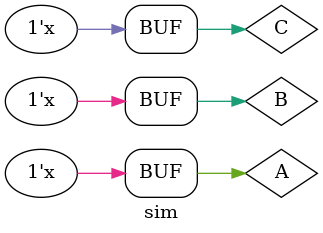
<source format=v>
`timescale 1ns / 1ps


module sim();
    reg A, B, C;
    wire F;
    mux8to1 u(F,8'b11101000,{C, B, A});
    initial
        begin
            A = 0;
            B = 0;
            C = 0;
        end
    always #10 {C, B, A} = {C, B, A} + 1;
endmodule

</source>
